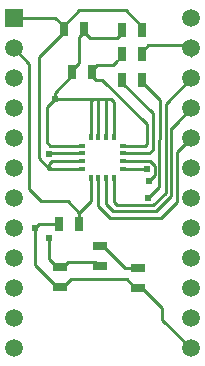
<source format=gtl>
*
%LPD*%
%LNSTEVAL-MKI169V1.GTL*%
%FSLAX24Y24*%
%MOIN*%
%AD*%
%ADD10R,0.0315X0.05118*%
%ADD11R,0.05118X0.0315*%
%ADD12R,0.02362X0.01772*%
%ADD13R,0.01772X0.02362*%
%ADD14C,0.01*%
%ADD15C,0.05906*%
%ADD16C,0.05906*%
%ADD17R,0.05906X0.05906*%
%ADD19C,0.024*%
G54D10*
%SRX1Y1I0.0J0.0*%
G1X56769Y37993D3*
G1X56099Y37993D3*
G1X58879Y42789D3*
G1X58873Y43631D3*
G1X56926Y44472D3*
G1X58199Y44462D3*
G1X56257Y44472D3*
G1X58868Y44462D3*
G1X58210Y42789D3*
G1X56542Y43030D3*
G1X57212Y43030D3*
G1X58204Y43631D3*
G54D11*
G1X56130Y36547D3*
G1X56130Y35878D3*
G1X57465Y36571D3*
G1X57465Y37240D3*
G1X58751Y36516D3*
G1X58751Y35847D3*
G54D12*
G1X56870Y40333D3*
G1X56870Y40077D3*
G1X56870Y39821D3*
G1X58228Y40077D3*
G1X58228Y39821D3*
G1X56870Y40589D3*
G1X58228Y40589D3*
G1X58228Y40333D3*
G54D13*
G1X57165Y40884D3*
G1X57421Y40884D3*
G1X57677Y40884D3*
G1X57933Y40884D3*
G1X57933Y39526D3*
G1X57677Y39526D3*
G1X57421Y39526D3*
G1X57165Y39526D3*
G1X58228Y40333D2*
G54D14*
G1X59095Y40333D1*
G1X58210Y42688D2*
G1X58210Y42789D1*
G1X58228Y40589D2*
G1X58963Y40589D1*
G1X57212Y42901D2*
G1X57212Y43030D1*
G1X60048Y40375D2*
G1X60505Y40832D1*
G1X57421Y38571D2*
G1X57421Y39526D1*
G1X60031Y41358D2*
G1X60505Y41832D1*
G1X57677Y38639D2*
G1X57677Y39526D1*
G1X57165Y38739D2*
G1X57165Y39526D1*
G1X56776Y38350D2*
G1X57165Y38739D1*
G1X56769Y38342D2*
G1X56776Y38350D1*
G1X56388Y38738D2*
G1X56776Y38350D1*
G1X56769Y37993D2*
G1X56769Y38342D1*
G1X54596Y43832D2*
G1X55112Y43315D1*
G1X58868Y44462D2*
G1X58868Y44554D1*
G1X55987Y44832D2*
G1X56257Y44563D1*
G1X56257Y44583D1*
G1X56257Y44472D2*
G1X56257Y44563D1*
G1X56257Y44372D2*
G1X56257Y44472D1*
G1X54596Y44832D2*
G1X55987Y44832D1*
G1X55859Y40077D2*
G1X56870Y40077D1*
G1X55775Y39883D2*
G1X55837Y39821D1*
G1X56870Y39821D1*
G1X55784Y39821D2*
G1X55837Y39821D1*
G1X58228Y39821D2*
G1X59030Y39821D1*
G1X59657Y41985D2*
G1X60505Y42832D1*
G1X57933Y38714D2*
G1X57933Y39526D1*
G1X58879Y42699D2*
G1X58879Y42789D1*
G1X59070Y38850D2*
G1X59447Y39228D1*
G1X58228Y40077D2*
G1X59136Y40077D1*
G1X59101Y39410D2*
G1X59291Y39599D1*
G1X60405Y43932D2*
G1X60505Y43832D1*
G1X60505Y43593D2*
G1X60505Y43832D1*
G1X58803Y43701D2*
G1X58933Y43832D1*
G1X58873Y43631D2*
G1X58873Y43720D1*
G1X58199Y44359D2*
G1X58199Y44462D1*
G1X57933Y40884D2*
G1X57933Y42053D1*
G1X57677Y40884D2*
G1X57677Y42150D1*
G1X56926Y44387D2*
G1X56926Y44472D1*
G1X56926Y44379D2*
G1X56926Y44387D1*
G1X56926Y44369D2*
G1X56926Y44379D1*
G1X56926Y44387D2*
G1X57126Y44187D1*
G1X56757Y44209D2*
G1X56926Y44379D1*
G1X57165Y42068D2*
G1X57248Y42150D1*
G1X58751Y35847D2*
G1X58879Y35847D1*
G1X58654Y35847D2*
G1X58751Y35847D1*
G1X59548Y34789D2*
G1X60505Y33832D1*
G1X57421Y40884D2*
G1X57421Y42150D1*
G1X57165Y40884D2*
G1X57165Y42068D1*
G1X56542Y43030D2*
G1X56542Y43122D1*
G1X56542Y42939D2*
G1X56542Y43030D1*
G1X57677Y42150D2*
G1X57836Y42150D1*
G1X57421Y42150D2*
G1X57677Y42150D1*
G1X57248Y42150D2*
G1X57421Y42150D1*
G1X55966Y42150D2*
G1X57248Y42150D1*
G1X55964Y42150D2*
G1X55966Y42150D1*
G1X55956Y42150D2*
G1X55964Y42150D1*
G1X55820Y40589D2*
G1X56870Y40589D1*
G1X55964Y42159D2*
G1X55964Y42360D1*
G1X55960Y42156D2*
G1X55966Y42150D1*
G1X56130Y35878D2*
G1X56229Y35878D1*
G1X56029Y35878D2*
G1X56130Y35878D1*
G1X55432Y37993D2*
G1X56099Y37993D1*
G1X55291Y37852D2*
G1X55432Y37993D1*
G1X55291Y37852D2*
G1X55291Y37857D1*
G1X55291Y36616D2*
G1X55291Y37852D1*
G1X58306Y36516D2*
G1X58751Y36516D1*
G1X57465Y37240D2*
G1X57581Y37240D1*
G1X57316Y36720D2*
G1X57465Y36571D1*
G1X56130Y36547D2*
G1X56230Y36547D1*
G1X56028Y36547D2*
G1X56130Y36547D1*
G1X55767Y40333D2*
G1X56870Y40333D1*
G1X55767Y36808D2*
G1X55767Y37519D1*
G1X59291Y39599D2*
G1X59291Y39923D1*
G1X59136Y40077D2*
G1X59291Y39923D1*
G1X55112Y39134D2*
G1X55508Y38738D1*
G1X55112Y39134D2*
G1X55112Y43315D1*
G1X55508Y38738D2*
G1X56388Y38738D1*
G1X59447Y39228D2*
G1X59447Y39475D1*
G1X59448Y39475D2*
G1X59457Y42121D1*
G1X59857Y41184D2*
G1X60031Y41358D1*
G1X59837Y41165D2*
G1X59857Y41184D1*
G1X59517Y38196D2*
G1X60048Y38726D1*
G1X60048Y40375D1*
G1X58879Y42699D2*
G1X59457Y42121D1*
G1X59222Y40460D2*
G1X59222Y41675D1*
G1X58210Y42688D2*
G1X59222Y41675D1*
G1X57325Y42788D2*
G1X57550Y42788D1*
G1X57212Y42901D2*
G1X57325Y42788D1*
G1X57550Y42788D2*
G1X59022Y41315D1*
G1X59022Y40648D2*
G1X59022Y41315D1*
G1X58963Y40589D2*
G1X59022Y40648D1*
G1X59086Y43932D2*
G1X60405Y43932D1*
G1X58873Y43720D2*
G1X59086Y43932D1*
G1X59095Y40333D2*
G1X59222Y40460D1*
G1X57212Y43126D2*
G1X57375Y43290D1*
G1X57913Y43290D1*
G1X58051Y43428D1*
G1X56542Y43122D2*
G1X56757Y43336D1*
G1X56757Y44209D1*
G1X55964Y42360D2*
G1X56542Y42939D1*
G1X55439Y40165D2*
G1X55439Y43555D1*
G1X56257Y44372D1*
G1X55439Y40165D2*
G1X55784Y39821D1*
G1X57126Y44187D2*
G1X58028Y44187D1*
G1X58199Y44359D1*
G1X58323Y45099D2*
G1X58868Y44554D1*
G1X56773Y45099D2*
G1X58323Y45099D1*
G1X56257Y44583D2*
G1X56773Y45099D1*
G1X55775Y39993D2*
G1X55859Y40077D1*
G1X55775Y39883D2*
G1X55775Y39993D1*
G1X57836Y42150D2*
G1X57933Y42053D1*
G1X55696Y40712D2*
G1X55820Y40589D1*
G1X55696Y40712D2*
G1X55696Y41890D1*
G1X55956Y42150D1*
G1X57421Y38571D2*
G1X57797Y38196D1*
G1X59517Y38196D1*
G1X57677Y38639D2*
G1X57915Y38401D1*
G1X59325Y38401D1*
G1X59837Y38913D1*
G1X59837Y41165D1*
G1X57933Y38714D2*
G1X58038Y38609D1*
G1X59248Y38609D2*
G1X59657Y39018D1*
G1X59657Y41985D1*
G1X58038Y38609D2*
G1X59248Y38609D1*
G1X55767Y36808D2*
G1X56028Y36547D1*
G1X56230Y36547D2*
G1X56403Y36720D1*
G1X57316Y36720D1*
G1X57581Y37240D2*
G1X58306Y36516D1*
G1X56229Y35878D2*
G1X56496Y36144D1*
G1X58357Y36144D1*
G1X58654Y35847D1*
G1X58879Y35847D2*
G1X59548Y35178D1*
G1X59548Y34789D2*
G1X59548Y35178D1*
G1X55291Y36616D2*
G1X56029Y35878D1*
G54D15*
G1X60505Y33832D3*
G1X60505Y43832D3*
G1X60505Y44832D3*
G1X60505Y42832D3*
G1X60505Y41832D3*
G1X60505Y39832D3*
G1X60505Y37832D3*
G1X60505Y36832D3*
G1X60505Y35832D3*
G1X60505Y34832D3*
G1X60505Y40832D3*
G1X60505Y38832D3*
G54D16*
G1X54596Y33832D3*
G1X54596Y34832D3*
G1X54596Y35832D3*
G1X54596Y36832D3*
G1X54596Y38832D3*
G1X54596Y39832D3*
G1X54596Y40832D3*
G1X54596Y41832D3*
G1X54596Y42832D3*
G1X54596Y43832D3*
G1X54596Y37832D3*
G54D17*
G1X54596Y44832D3*
G54D19*
G1X55767Y37519D3*
G1X55291Y37852D3*
G1X55964Y42159D3*
G1X59036Y39821D3*
G1X59113Y39410D3*
G1X59077Y38853D3*
G1X55775Y40326D3*
M2*

</source>
